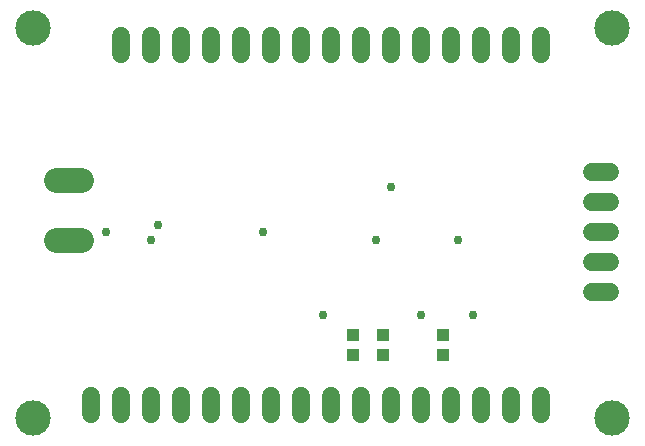
<source format=gbs>
G75*
%MOIN*%
%OFA0B0*%
%FSLAX25Y25*%
%IPPOS*%
%LPD*%
%AMOC8*
5,1,8,0,0,1.08239X$1,22.5*
%
%ADD10C,0.06000*%
%ADD11R,0.03937X0.04331*%
%ADD12C,0.11811*%
%ADD13C,0.08250*%
%ADD14C,0.02953*%
D10*
X0066500Y0052000D02*
X0066500Y0058000D01*
X0076500Y0058000D02*
X0076500Y0052000D01*
X0086500Y0052000D02*
X0086500Y0058000D01*
X0096500Y0058000D02*
X0096500Y0052000D01*
X0106500Y0052000D02*
X0106500Y0058000D01*
X0116500Y0058000D02*
X0116500Y0052000D01*
X0126500Y0052000D02*
X0126500Y0058000D01*
X0136500Y0058000D02*
X0136500Y0052000D01*
X0146500Y0052000D02*
X0146500Y0058000D01*
X0156500Y0058000D02*
X0156500Y0052000D01*
X0166500Y0052000D02*
X0166500Y0058000D01*
X0176500Y0058000D02*
X0176500Y0052000D01*
X0186500Y0052000D02*
X0186500Y0058000D01*
X0196500Y0058000D02*
X0196500Y0052000D01*
X0206500Y0052000D02*
X0206500Y0058000D01*
X0216500Y0058000D02*
X0216500Y0052000D01*
X0233500Y0092500D02*
X0239500Y0092500D01*
X0239500Y0102500D02*
X0233500Y0102500D01*
X0233500Y0112500D02*
X0239500Y0112500D01*
X0239500Y0122500D02*
X0233500Y0122500D01*
X0233500Y0132500D02*
X0239500Y0132500D01*
X0216500Y0172000D02*
X0216500Y0178000D01*
X0206500Y0178000D02*
X0206500Y0172000D01*
X0196500Y0172000D02*
X0196500Y0178000D01*
X0186500Y0178000D02*
X0186500Y0172000D01*
X0176500Y0172000D02*
X0176500Y0178000D01*
X0166500Y0178000D02*
X0166500Y0172000D01*
X0156500Y0172000D02*
X0156500Y0178000D01*
X0146500Y0178000D02*
X0146500Y0172000D01*
X0136500Y0172000D02*
X0136500Y0178000D01*
X0126500Y0178000D02*
X0126500Y0172000D01*
X0116500Y0172000D02*
X0116500Y0178000D01*
X0106500Y0178000D02*
X0106500Y0172000D01*
X0096500Y0172000D02*
X0096500Y0178000D01*
X0086500Y0178000D02*
X0086500Y0172000D01*
X0076500Y0172000D02*
X0076500Y0178000D01*
D11*
X0154000Y0078346D03*
X0154000Y0071654D03*
X0164000Y0071654D03*
X0164000Y0078346D03*
X0184000Y0078346D03*
X0184000Y0071654D03*
D12*
X0047248Y0050748D03*
X0047248Y0180669D03*
X0240161Y0180669D03*
X0240161Y0050748D03*
D13*
X0063125Y0110000D02*
X0054875Y0110000D01*
X0054875Y0130000D02*
X0063125Y0130000D01*
D14*
X0071500Y0112500D03*
X0086500Y0110000D03*
X0089000Y0115000D03*
X0124000Y0112500D03*
X0144000Y0085000D03*
X0161500Y0110000D03*
X0166500Y0127500D03*
X0189000Y0110000D03*
X0194000Y0085000D03*
X0176500Y0085000D03*
M02*

</source>
